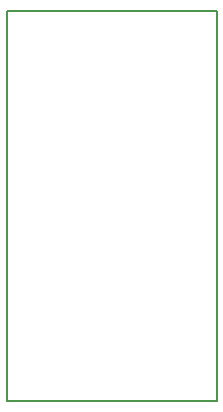
<source format=gbr>
G04 DipTrace 3.0.0.2*
G04 TopSilk.gbr*
%MOIN*%
G04 #@! TF.FileFunction,Legend,Top*
G04 #@! TF.Part,Single*
%ADD14C,0.008*%
%FSLAX26Y26*%
G04*
G70*
G90*
G75*
G01*
G04 TopSilk*
%LPD*%
X200000Y1550000D2*
D14*
Y250000D1*
X900000D1*
Y1550000D1*
X200000D1*
M02*

</source>
